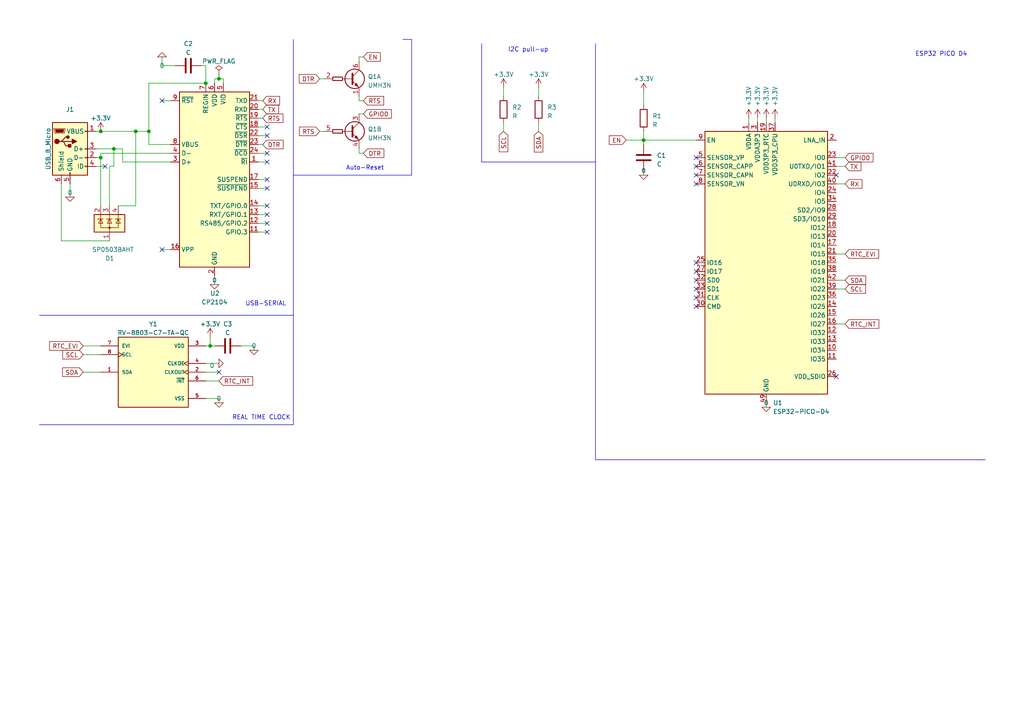
<source format=kicad_sch>
(kicad_sch (version 20230121) (generator eeschema)
  (paper "A4")
  (lib_symbols
    (symbol "Connector:USB_B_Micro" (pin_names (offset 1.016))
      (property "Reference" "J" (at -5.08 11.43 0))
      (property "Value" "USB_B_Micro" (at -5.08 8.89 0))
      (symbol "USB_B_Micro_0_1"
        (rectangle (start -5.08 -7.62) (end 5.08 7.62) (stroke (width 0.254)) (fill (type background)))
        (circle (center -3.81 2.159) (radius 0.635) (stroke (width 0.254)) (fill (type outline)))
        (circle (center -0.635 3.429) (radius 0.381) (stroke (width 0.254)) (fill (type outline)))
        (rectangle (start -0.127 -7.62) (end 0.127 -6.858))
        (polyline (pts (xy -1.905 2.159) (xy 0.635 2.159)) (stroke (width 0.254)))
        (polyline (pts (xy -3.175 2.159) (xy -2.54 2.159) (xy -1.27 3.429) (xy -0.635 3.429)) (stroke (width 0.254)))
        (polyline (pts (xy -2.54 2.159) (xy -1.905 2.159) (xy -1.27 0.889) (xy 0 0.889)) (stroke (width 0.254)))
        (polyline (pts (xy 0.635 2.794) (xy 0.635 1.524) (xy 1.905 2.159) (xy 0.635 2.794)) (stroke (width 0.254)) (fill (type outline)))
        (polyline (pts (xy -4.318 5.588) (xy -1.778 5.588) (xy -2.032 4.826) (xy -4.064 4.826) (xy -4.318 5.588)) (fill (type outline)))
        (polyline (pts (xy -4.699 5.842) (xy -4.699 5.588) (xy -4.445 4.826) (xy -4.445 4.572) (xy -1.651 4.572) (xy -1.651 4.826) (xy -1.397 5.588) (xy -1.397 5.842) (xy -4.699 5.842)))
        (rectangle (start 0.254 1.27) (end -0.508 0.508) (stroke (width 0.254)) (fill (type outline)))
        (rectangle (start 5.08 -5.207) (end 4.318 -4.953))
        (rectangle (start 5.08 -2.667) (end 4.318 -2.413))
        (rectangle (start 5.08 -0.127) (end 4.318 0.127))
        (rectangle (start 5.08 4.953) (end 4.318 5.207))
      )
      (symbol "USB_B_Micro_1_1"
        (pin power_out line (at 7.62 5.08 180) (length 2.54) (name "VBUS") (number "1"))
        (pin bidirectional line (at 7.62 -2.54 180) (length 2.54) (name "D-") (number "2"))
        (pin bidirectional line (at 7.62 0 180) (length 2.54) (name "D+") (number "3"))
        (pin passive line (at 7.62 -5.08 180) (length 2.54) (name "ID") (number "4"))
        (pin power_out line (at 0 -10.16 90) (length 2.54) (name "GND") (number "5"))
        (pin passive line (at -2.54 -10.16 90) (length 2.54) (name "Shield") (number "6"))
      )
    )
    (symbol "Device:C" (pin_numbers hide) (pin_names (offset 0.254))
      (property "Reference" "C" (at 0.635 2.54 0))
      (property "Value" "C" (at 0.635 -2.54 0))
      (symbol "C_0_1"
        (polyline (pts (xy -2.032 -0.762) (xy 2.032 -0.762)) (stroke (width 0.508)))
        (polyline (pts (xy -2.032 0.762) (xy 2.032 0.762)) (stroke (width 0.508)))
      )
      (symbol "C_1_1"
        (pin passive line (at 0 3.81 270) (length 2.794) (name "~") (number "1"))
        (pin passive line (at 0 -3.81 90) (length 2.794) (name "~") (number "2"))
      )
    )
    (symbol "Device:R" (pin_numbers hide) (pin_names (offset 0))
      (property "Reference" "R" (at 2.032 0 90))
      (property "Value" "R" (at 0 0 90))
      (symbol "R_0_1"
        (rectangle (start -1.016 -2.54) (end 1.016 2.54) (stroke (width 0.254)))
      )
      (symbol "R_1_1"
        (pin passive line (at 0 3.81 270) (length 1.27) (name "~") (number "1"))
        (pin passive line (at 0 -3.81 90) (length 1.27) (name "~") (number "2"))
      )
    )
    (symbol "Interface_USB:CP2104"
      (property "Reference" "U" (at -5.08 28.575 0))
      (property "Value" "CP2104" (at -5.08 26.67 0))
      (symbol "CP2104_1_1"
        (rectangle (start -10.16 25.4) (end 10.16 -25.4) (stroke (width 0.254)) (fill (type background)))
        (pin input line (at 12.7 5.08 180) (length 2.54) (name "~{RI}") (number "1"))
        (pin no_connect line (at 10.16 -20.32 180) (length 2.54) hide (name "NC") (number "10"))
        (pin bidirectional line (at 12.7 -15.24 180) (length 2.54) (name "GPIO.3") (number "11"))
        (pin bidirectional line (at 12.7 -12.7 180) (length 2.54) (name "RS485/GPIO.2") (number "12"))
        (pin bidirectional line (at 12.7 -10.16 180) (length 2.54) (name "RXT/GPIO.1") (number "13"))
        (pin bidirectional line (at 12.7 -7.62 180) (length 2.54) (name "TXT/GPIO.0") (number "14"))
        (pin output line (at 12.7 -2.54 180) (length 2.54) (name "~{SUSPEND}") (number "15"))
        (pin passive line (at -12.7 -20.32 0) (length 2.54) (name "VPP") (number "16"))
        (pin output line (at 12.7 0 180) (length 2.54) (name "SUSPEND") (number "17"))
        (pin input line (at 12.7 15.24 180) (length 2.54) (name "~{CTS}") (number "18"))
        (pin output line (at 12.7 17.78 180) (length 2.54) (name "~{RTS}") (number "19"))
        (pin power_in line (at 0 -27.94 90) (length 2.54) (name "GND") (number "2"))
        (pin input line (at 12.7 20.32 180) (length 2.54) (name "RXD") (number "20"))
        (pin output line (at 12.7 22.86 180) (length 2.54) (name "TXD") (number "21"))
        (pin input line (at 12.7 12.7 180) (length 2.54) (name "~{DSR}") (number "22"))
        (pin output line (at 12.7 10.16 180) (length 2.54) (name "~{DTR}") (number "23"))
        (pin input line (at 12.7 7.62 180) (length 2.54) (name "~{DCD}") (number "24"))
        (pin passive line (at 0 -27.94 90) (length 2.54) hide (name "GND") (number "25"))
        (pin bidirectional line (at -12.7 5.08 0) (length 2.54) (name "D+") (number "3"))
        (pin bidirectional line (at -12.7 7.62 0) (length 2.54) (name "D-") (number "4"))
        (pin power_in line (at 2.54 27.94 270) (length 2.54) (name "VIO") (number "5"))
        (pin power_in line (at 0 27.94 270) (length 2.54) (name "VDD") (number "6"))
        (pin power_in line (at -2.54 27.94 270) (length 2.54) (name "REGIN") (number "7"))
        (pin input line (at -12.7 10.16 0) (length 2.54) (name "VBUS") (number "8"))
        (pin bidirectional line (at -12.7 22.86 0) (length 2.54) (name "~{RST}") (number "9"))
      )
    )
    (symbol "Power_Protection:SP0503BAHT" (pin_names hide)
      (property "Reference" "D" (at 5.715 2.54 0))
      (property "Value" "SP0503BAHT" (at 5.715 0.635 0))
      (symbol "SP0503BAHT_0_0"
        (pin passive line (at 0 -5.08 90) (length 2.54) (name "A") (number "1"))
      )
      (symbol "SP0503BAHT_0_1"
        (rectangle (start -4.445 2.54) (end 4.445 -2.54) (stroke (width 0.254)) (fill (type background)))
        (circle (center 0 -1.27) (radius 0.254) (fill (type outline)))
        (polyline (pts (xy -2.54 2.54) (xy -2.54 1.27)))
        (polyline (pts (xy 0 -1.27) (xy 0 -2.54)))
        (polyline (pts (xy 0 -1.27) (xy 0 1.27)))
        (polyline (pts (xy 0 2.54) (xy 0 1.27)))
        (polyline (pts (xy 0.635 1.27) (xy 0.762 1.27)))
        (polyline (pts (xy 2.54 2.54) (xy 2.54 1.27)))
        (polyline (pts (xy 0.635 1.27) (xy -0.762 1.27) (xy -0.762 1.016)))
        (polyline (pts (xy -3.302 1.016) (xy -3.302 1.27) (xy -1.905 1.27) (xy -1.778 1.27)))
        (polyline (pts (xy -2.54 1.27) (xy -2.54 -1.27) (xy 2.54 -1.27) (xy 2.54 1.27)))
        (polyline (pts (xy -2.54 1.27) (xy -1.905 0) (xy -3.175 0) (xy -2.54 1.27)))
        (polyline (pts (xy 0.635 0) (xy -0.635 0) (xy 0 1.27) (xy 0.635 0)))
        (polyline (pts (xy 1.778 1.016) (xy 1.778 1.27) (xy 3.175 1.27) (xy 3.302 1.27)))
        (polyline (pts (xy 2.54 1.27) (xy 1.905 0) (xy 3.175 0) (xy 2.54 1.27)))
      )
      (symbol "SP0503BAHT_1_1"
        (pin passive line (at -2.54 5.08 270) (length 2.54) (name "K") (number "2"))
        (pin passive line (at 0 5.08 270) (length 2.54) (name "K") (number "3"))
        (pin passive line (at 2.54 5.08 270) (length 2.54) (name "K") (number "4"))
      )
    )
    (symbol "RF_Module:ESP32-PICO-D4"
      (property "Reference" "U" (at -17.78 39.37 0))
      (property "Value" "ESP32-PICO-D4" (at 3.81 39.37 0))
      (symbol "ESP32-PICO-D4_0_0"
        (pin power_in line (at -5.08 40.64 270) (length 2.54) (name "VDDA") (number "1"))
        (pin input line (at 20.32 -25.4 180) (length 2.54) (name "IO34") (number "10"))
        (pin input line (at 20.32 -27.94 180) (length 2.54) (name "IO35") (number "11"))
        (pin bidirectional line (at 20.32 -20.32 180) (length 2.54) (name "IO32") (number "12"))
        (pin bidirectional line (at 20.32 -22.86 180) (length 2.54) (name "IO33") (number "13"))
        (pin bidirectional line (at 20.32 -12.7 180) (length 2.54) (name "IO25") (number "14"))
        (pin bidirectional line (at 20.32 -15.24 180) (length 2.54) (name "IO26") (number "15"))
        (pin bidirectional line (at 20.32 -17.78 180) (length 2.54) (name "IO27") (number "16"))
        (pin bidirectional line (at 20.32 5.08 180) (length 2.54) (name "IO14") (number "17"))
        (pin bidirectional line (at 20.32 10.16 180) (length 2.54) (name "IO12") (number "18"))
        (pin power_in line (at 0 40.64 270) (length 2.54) (name "VDD3P3_RTC") (number "19"))
        (pin bidirectional line (at 20.32 35.56 180) (length 2.54) (name "LNA_IN") (number "2"))
        (pin bidirectional line (at 20.32 7.62 180) (length 2.54) (name "IO13") (number "20"))
        (pin bidirectional line (at 20.32 2.54 180) (length 2.54) (name "IO15") (number "21"))
        (pin bidirectional line (at 20.32 25.4 180) (length 2.54) (name "IO2") (number "22"))
        (pin bidirectional line (at 20.32 30.48 180) (length 2.54) (name "IO0") (number "23"))
        (pin bidirectional line (at 20.32 20.32 180) (length 2.54) (name "IO4") (number "24"))
        (pin bidirectional line (at -20.32 0 0) (length 2.54) (name "IO16") (number "25"))
        (pin power_out line (at 20.32 -33.02 180) (length 2.54) (name "VDD_SDIO") (number "26"))
        (pin bidirectional line (at -20.32 -2.54 0) (length 2.54) (name "IO17") (number "27"))
        (pin bidirectional line (at 20.32 15.24 180) (length 2.54) (name "SD2/IO9") (number "28"))
        (pin bidirectional line (at 20.32 12.7 180) (length 2.54) (name "SD3/IO10") (number "29"))
        (pin power_in line (at -2.54 40.64 270) (length 2.54) (name "VDDA3P3") (number "3"))
        (pin bidirectional line (at -20.32 -12.7 0) (length 2.54) (name "CMD") (number "30"))
        (pin bidirectional line (at -20.32 -10.16 0) (length 2.54) (name "CLK") (number "31"))
        (pin bidirectional line (at -20.32 -5.08 0) (length 2.54) (name "SD0") (number "32"))
        (pin bidirectional line (at -20.32 -7.62 0) (length 2.54) (name "SD1") (number "33"))
        (pin bidirectional line (at 20.32 17.78 180) (length 2.54) (name "IO5") (number "34"))
        (pin bidirectional line (at 20.32 0 180) (length 2.54) (name "IO18") (number "35"))
        (pin bidirectional line (at 20.32 -10.16 180) (length 2.54) (name "IO23") (number "36"))
        (pin power_in line (at 2.54 40.64 270) (length 2.54) (name "VDD3P3_CPU") (number "37"))
        (pin bidirectional line (at 20.32 -2.54 180) (length 2.54) (name "IO19") (number "38"))
        (pin bidirectional line (at 20.32 -7.62 180) (length 2.54) (name "IO22") (number "39"))
        (pin passive line (at -2.54 40.64 270) (length 2.54) hide (name "VDDA3P3") (number "4"))
        (pin bidirectional line (at 20.32 22.86 180) (length 2.54) (name "U0RXD/IO3") (number "40"))
        (pin bidirectional line (at 20.32 27.94 180) (length 2.54) (name "U0TXD/IO1") (number "41"))
        (pin bidirectional line (at 20.32 -5.08 180) (length 2.54) (name "IO21") (number "42"))
        (pin passive line (at -5.08 40.64 270) (length 2.54) hide (name "VDDA") (number "43"))
        (pin no_connect line (at -17.78 -25.4 0) (length 2.54) hide (name "XTAL_N_NC") (number "44"))
        (pin no_connect line (at -17.78 -27.94 0) (length 2.54) hide (name "XTAL_P_NC") (number "45"))
        (pin passive line (at -5.08 40.64 270) (length 2.54) hide (name "VDDA") (number "46"))
        (pin no_connect line (at -17.78 -30.48 0) (length 2.54) hide (name "CAP2_NC") (number "47"))
        (pin no_connect line (at -17.78 -33.02 0) (length 2.54) hide (name "CAP1_NC") (number "48"))
        (pin power_in line (at 0 -40.64 90) (length 2.54) (name "GND") (number "49"))
        (pin input line (at -20.32 30.48 0) (length 2.54) (name "SENSOR_VP") (number "5"))
        (pin input line (at -20.32 27.94 0) (length 2.54) (name "SENSOR_CAPP") (number "6"))
        (pin input line (at -20.32 25.4 0) (length 2.54) (name "SENSOR_CAPN") (number "7"))
        (pin input line (at -20.32 22.86 0) (length 2.54) (name "SENSOR_VN") (number "8"))
        (pin input line (at -20.32 35.56 0) (length 2.54) (name "EN") (number "9"))
      )
      (symbol "ESP32-PICO-D4_0_1"
        (rectangle (start -17.78 38.1) (end 17.78 -38.1) (stroke (width 0.254)) (fill (type background)))
      )
    )
    (symbol "RV-8803-C7-TA-QC:RV-8803-C7-TA-QC" (pin_names (offset 1.016))
      (property "Reference" "Y" (at -10.1854 10.1854 0))
      (property "Value" "RV-8803-C7-TA-QC" (at -10.16 -12.7 0))
      (symbol "RV-8803-C7-TA-QC_0_0"
        (rectangle (start -10.16 -10.16) (end 10.16 10.16) (stroke (width 0.254)) (fill (type background)))
        (pin bidirectional line (at -15.24 0 0) (length 5.08) (name "SDA") (number "1"))
        (pin output clock (at 15.24 0 180) (length 5.08) (name "CLKOUT") (number "2"))
        (pin power_in line (at 15.24 7.62 180) (length 5.08) (name "VDD") (number "3"))
        (pin bidirectional clock (at 15.24 2.54 180) (length 5.08) (name "CLKOE") (number "4"))
        (pin power_in line (at 15.24 -7.62 180) (length 5.08) (name "VSS") (number "5"))
        (pin output line (at 15.24 -2.54 180) (length 5.08) (name "~{INT}") (number "6"))
        (pin input line (at -15.24 7.62 0) (length 5.08) (name "EVI") (number "7"))
        (pin input clock (at -15.24 5.08 0) (length 5.08) (name "SCL") (number "8"))
      )
    )
    (symbol "Simulation_SPICE:0" (power) (pin_names (offset 0))
      (property "Value" "0" (at 0 -1.778 0))
      (symbol "0_0_1"
        (polyline (pts (xy -1.27 0) (xy 0 -1.27) (xy 1.27 0) (xy -1.27 0)))
      )
      (symbol "0_1_1"
        (pin power_in line (at 0 0 0) (length 0) hide (name "0") (number "1"))
      )
    )
    (symbol "Transistor_BJT:UMH3N" (pin_names hide)
      (property "Reference" "Q" (at 7.62 1.27 0))
      (property "Value" "UMH3N" (at 7.62 -1.27 0))
      (symbol "UMH3N_0_1"
        (polyline (pts (xy 3.175 0) (xy 0.254 0)))
        (polyline (pts (xy 3.175 0.635) (xy 5.08 2.54)))
        (polyline (pts (xy 3.175 1.524) (xy 3.175 -1.524)) (stroke (width 0.508)))
        (polyline (pts (xy 3.175 -0.635) (xy 5.08 -2.54) (xy 5.08 -2.54)))
        (polyline (pts (xy 3.81 -1.778) (xy 4.318 -1.27) (xy 4.826 -2.286) (xy 3.81 -1.778) (xy 3.81 -1.778)) (fill (type outline)))
        (rectangle (start 0.254 0.508) (end -2.54 -0.508) (stroke (width 0.254)))
        (circle (center 3.81 0) (radius 2.8194) (stroke (width 0.254)))
      )
      (symbol "UMH3N_1_1"
        (pin passive line (at 5.08 -5.08 90) (length 2.54) (name "E1") (number "1"))
        (pin input line (at -5.08 0 0) (length 2.54) (name "B1") (number "2"))
        (pin passive line (at 5.08 5.08 270) (length 2.54) (name "C1") (number "6"))
      )
      (symbol "UMH3N_2_1"
        (pin passive line (at 5.08 5.08 270) (length 2.54) (name "C2") (number "3"))
        (pin passive line (at 5.08 -5.08 90) (length 2.54) (name "E2") (number "4"))
        (pin input line (at -5.08 0 0) (length 2.54) (name "B2") (number "5"))
      )
    )
    (symbol "power:+3.3V" (power) (pin_names (offset 0))
      (property "Value" "+3.3V" (at 0 3.556 0))
      (symbol "+3.3V_0_1"
        (polyline (pts (xy -0.762 1.27) (xy 0 2.54)))
        (polyline (pts (xy 0 0) (xy 0 2.54)))
        (polyline (pts (xy 0 2.54) (xy 0.762 1.27)))
      )
      (symbol "+3.3V_1_1"
        (pin power_in line (at 0 0 90) (length 0) hide (name "+3.3V") (number "1"))
      )
    )
    (symbol "power:PWR_FLAG" (power) (pin_numbers hide) (pin_names (offset 0) hide)
      (property "Value" "PWR_FLAG" (at 0 3.81 0))
      (symbol "PWR_FLAG_0_0"
        (pin power_out line (at 0 0 90) (length 0) (name "pwr") (number "1"))
      )
      (symbol "PWR_FLAG_0_1"
        (polyline (pts (xy 0 0) (xy 0 1.27) (xy -1.016 1.905) (xy 0 2.54) (xy 1.016 1.905) (xy 0 1.27)))
      )
    )
  )
  (junction (at 59.69 24.13))
  (junction (at 29.21 45.72))
  (junction (at 39.37 38.1))
  (junction (at 33.02 43.18))
  (junction (at 43.18 38.1))
  (junction (at 60.96 100.33))
  (junction (at 186.69 40.64))
  (junction (at 63.5 22.86))
  (junction (at 29.21 38.1))
  (no_connect (at 77.47 46.99))
  (no_connect (at 242.57 50.8))
  (no_connect (at 201.93 53.34))
  (no_connect (at 201.93 48.26))
  (no_connect (at 201.93 45.72))
  (no_connect (at 242.57 109.22))
  (no_connect (at 201.93 81.28))
  (no_connect (at 77.47 67.31))
  (no_connect (at 201.93 88.9))
  (no_connect (at 77.47 59.69))
  (no_connect (at 201.93 86.36))
  (no_connect (at 77.47 64.77))
  (no_connect (at 46.99 72.39))
  (no_connect (at 30.48 48.26))
  (no_connect (at 201.93 50.8))
  (no_connect (at 77.47 62.23))
  (no_connect (at 201.93 78.74))
  (no_connect (at 77.47 44.45))
  (no_connect (at 63.5 107.95))
  (no_connect (at 77.47 52.07))
  (no_connect (at 77.47 36.83))
  (no_connect (at 201.93 76.2))
  (no_connect (at 77.47 54.61))
  (no_connect (at 77.47 39.37))
  (no_connect (at 46.99 29.21))
  (no_connect (at 201.93 83.82))
  (wire (pts (xy 146.05 35.56) (xy 146.05 38.1)))
  (wire (pts (xy 59.69 19.05) (xy 59.69 24.13)))
  (wire (pts (xy 74.93 59.69) (xy 77.47 59.69)))
  (wire (pts (xy 24.13 107.95) (xy 29.21 107.95)))
  (wire (pts (xy 49.53 44.45) (xy 29.21 44.45)))
  (polyline (pts (xy 284.48 133.35) (xy 285.75 133.35)))
  (polyline (pts (xy 119.38 50.8) (xy 119.38 11.43)))
  (wire (pts (xy 58.42 19.05) (xy 59.69 19.05)))
  (polyline (pts (xy 172.72 133.35) (xy 285.75 133.35)))
  (wire (pts (xy 222.25 34.29) (xy 222.25 35.56)))
  (wire (pts (xy 242.57 93.98) (xy 245.11 93.98)))
  (wire (pts (xy 43.18 38.1) (xy 43.18 41.91)))
  (wire (pts (xy 31.75 48.26) (xy 33.02 48.26)))
  (wire (pts (xy 186.69 26.67) (xy 186.69 30.48)))
  (wire (pts (xy 74.93 34.29) (xy 76.2 34.29)))
  (wire (pts (xy 43.18 41.91) (xy 49.53 41.91)))
  (wire (pts (xy 64.77 24.13) (xy 64.77 22.86)))
  (wire (pts (xy 17.78 69.85) (xy 17.78 53.34)))
  (polyline (pts (xy 85.09 11.43) (xy 85.09 91.44)))
  (wire (pts (xy 62.23 24.13) (xy 62.23 22.86)))
  (wire (pts (xy 186.69 40.64) (xy 201.93 40.64)))
  (wire (pts (xy 50.8 19.05) (xy 46.99 19.05)))
  (wire (pts (xy 39.37 38.1) (xy 39.37 59.69)))
  (wire (pts (xy 24.13 102.87) (xy 29.21 102.87)))
  (wire (pts (xy 219.71 34.29) (xy 219.71 35.56)))
  (wire (pts (xy 186.69 49.53) (xy 186.69 50.8)))
  (wire (pts (xy 186.69 40.64) (xy 186.69 41.91)))
  (wire (pts (xy 35.56 43.18) (xy 33.02 43.18)))
  (wire (pts (xy 29.21 45.72) (xy 29.21 59.69)))
  (polyline (pts (xy 139.7 12.7) (xy 139.7 46.99)))
  (wire (pts (xy 31.75 59.69) (xy 31.75 48.26)))
  (polyline (pts (xy 11.43 123.19) (xy 85.09 123.19)))
  (wire (pts (xy 63.5 116.84) (xy 63.5 115.57)))
  (wire (pts (xy 224.79 34.29) (xy 224.79 35.56)))
  (wire (pts (xy 34.29 59.69) (xy 39.37 59.69)))
  (wire (pts (xy 62.23 22.86) (xy 63.5 22.86)))
  (wire (pts (xy 74.93 39.37) (xy 77.47 39.37)))
  (wire (pts (xy 74.93 41.91) (xy 76.2 41.91)))
  (wire (pts (xy 156.21 25.4) (xy 156.21 27.94)))
  (wire (pts (xy 74.93 52.07) (xy 77.47 52.07)))
  (wire (pts (xy 104.14 33.02) (xy 105.41 33.02)))
  (wire (pts (xy 73.66 101.6) (xy 73.66 100.33)))
  (wire (pts (xy 104.14 16.51) (xy 104.14 17.78)))
  (wire (pts (xy 74.93 64.77) (xy 77.47 64.77)))
  (wire (pts (xy 46.99 19.05) (xy 46.99 16.51)))
  (polyline (pts (xy 116.84 11.43) (xy 119.38 11.43)))
  (wire (pts (xy 73.66 100.33) (xy 69.85 100.33)))
  (wire (pts (xy 242.57 45.72) (xy 245.11 45.72)))
  (wire (pts (xy 217.17 34.29) (xy 217.17 35.56)))
  (wire (pts (xy 33.02 43.18) (xy 27.94 43.18)))
  (wire (pts (xy 59.69 105.41) (xy 63.5 105.41)))
  (wire (pts (xy 74.93 62.23) (xy 77.47 62.23)))
  (wire (pts (xy 74.93 29.21) (xy 76.2 29.21)))
  (wire (pts (xy 59.69 107.95) (xy 63.5 107.95)))
  (wire (pts (xy 64.77 22.86) (xy 63.5 22.86)))
  (wire (pts (xy 186.69 38.1) (xy 186.69 40.64)))
  (wire (pts (xy 63.5 115.57) (xy 59.69 115.57)))
  (wire (pts (xy 104.14 44.45) (xy 104.14 43.18)))
  (wire (pts (xy 31.75 69.85) (xy 17.78 69.85)))
  (wire (pts (xy 242.57 81.28) (xy 245.11 81.28)))
  (wire (pts (xy 27.94 38.1) (xy 29.21 38.1)))
  (wire (pts (xy 242.57 73.66) (xy 245.11 73.66)))
  (wire (pts (xy 181.61 40.64) (xy 186.69 40.64)))
  (wire (pts (xy 105.41 44.45) (xy 104.14 44.45)))
  (wire (pts (xy 242.57 83.82) (xy 245.11 83.82)))
  (wire (pts (xy 60.96 97.79) (xy 60.96 100.33)))
  (wire (pts (xy 60.96 100.33) (xy 62.23 100.33)))
  (wire (pts (xy 43.18 24.13) (xy 59.69 24.13)))
  (polyline (pts (xy 172.72 12.7) (xy 172.72 133.35)))
  (wire (pts (xy 74.93 54.61) (xy 77.47 54.61)))
  (wire (pts (xy 35.56 46.99) (xy 35.56 43.18)))
  (wire (pts (xy 146.05 25.4) (xy 146.05 27.94)))
  (wire (pts (xy 59.69 100.33) (xy 60.96 100.33)))
  (polyline (pts (xy 11.43 91.44) (xy 85.09 91.44)))
  (wire (pts (xy 20.32 53.34) (xy 20.32 57.15)))
  (wire (pts (xy 63.5 22.86) (xy 63.5 21.59)))
  (wire (pts (xy 242.57 53.34) (xy 245.11 53.34)))
  (wire (pts (xy 24.13 100.33) (xy 29.21 100.33)))
  (wire (pts (xy 62.23 80.01) (xy 62.23 82.55)))
  (wire (pts (xy 43.18 24.13) (xy 43.18 38.1)))
  (wire (pts (xy 27.94 48.26) (xy 30.48 48.26)))
  (wire (pts (xy 29.21 45.72) (xy 27.94 45.72)))
  (wire (pts (xy 39.37 38.1) (xy 43.18 38.1)))
  (wire (pts (xy 46.99 72.39) (xy 49.53 72.39)))
  (wire (pts (xy 104.14 29.21) (xy 104.14 27.94)))
  (wire (pts (xy 92.71 38.1) (xy 93.98 38.1)))
  (wire (pts (xy 74.93 46.99) (xy 77.47 46.99)))
  (wire (pts (xy 156.21 35.56) (xy 156.21 38.1)))
  (wire (pts (xy 29.21 38.1) (xy 39.37 38.1)))
  (wire (pts (xy 92.71 22.86) (xy 93.98 22.86)))
  (wire (pts (xy 33.02 48.26) (xy 33.02 43.18)))
  (wire (pts (xy 74.93 31.75) (xy 76.2 31.75)))
  (wire (pts (xy 29.21 44.45) (xy 29.21 45.72)))
  (wire (pts (xy 46.99 29.21) (xy 49.53 29.21)))
  (polyline (pts (xy 85.09 91.44) (xy 85.09 123.19)))
  (wire (pts (xy 74.93 44.45) (xy 77.47 44.45)))
  (polyline (pts (xy 139.7 46.99) (xy 172.72 46.99)))
  (polyline (pts (xy 85.09 50.8) (xy 119.38 50.8)))
  (wire (pts (xy 49.53 46.99) (xy 35.56 46.99)))
  (wire (pts (xy 59.69 110.49) (xy 63.5 110.49)))
  (wire (pts (xy 105.41 16.51) (xy 104.14 16.51)))
  (wire (pts (xy 105.41 29.21) (xy 104.14 29.21)))
  (wire (pts (xy 222.25 116.84) (xy 222.25 118.11)))
  (wire (pts (xy 74.93 36.83) (xy 77.47 36.83)))
  (wire (pts (xy 74.93 67.31) (xy 77.47 67.31)))
  (wire (pts (xy 242.57 48.26) (xy 245.11 48.26)))
  (text "I2C pull-up\n" (at 147.32 15.24 0) (effects (font (size 1.27 1.27)) (justify left bottom)))
  (text "REAL TIME CLOCK\n" (at 67.31 121.92 0) (effects (font (size 1.27 1.27)) (justify left bottom)))
  (text "USB-SERIAL\n" (at 71.12 88.9 0) (effects (font (size 1.27 1.27)) (justify left bottom)))
  (text "ESP32 PICO D4\n" (at 265.43 16.51 0) (effects (font (size 1.27 1.27)) (justify left bottom)))
  (text "Auto-Reset\n" (at 100.33 49.53 0) (effects (font (size 1.27 1.27)) (justify left bottom)))
  (global_label "RTC_INT" (shape input) (at 245.11 93.98 0) (property "Intersheetrefs" "${INTERSHEET_REFS}" (effects hide)))
  (global_label "SCL" (shape input) (at 245.11 83.82 0) (property "Intersheetrefs" "${INTERSHEET_REFS}" (effects hide)))
  (global_label "RTC_EVI" (shape input) (at 24.13 100.33 180) (property "Intersheetrefs" "${INTERSHEET_REFS}" (effects hide)))
  (global_label "RX" (shape input) (at 76.2 29.21 0) (property "Intersheetrefs" "${INTERSHEET_REFS}" (effects hide)))
  (global_label "SDA" (shape input) (at 24.13 107.95 180) (property "Intersheetrefs" "${INTERSHEET_REFS}" (effects hide)))
  (global_label "DTR" (shape input) (at 105.41 44.45 0) (property "Intersheetrefs" "${INTERSHEET_REFS}" (effects hide)))
  (global_label "SCL" (shape input) (at 24.13 102.87 180) (property "Intersheetrefs" "${INTERSHEET_REFS}" (effects hide)))
  (global_label "DTR" (shape input) (at 76.2 41.91 0) (property "Intersheetrefs" "${INTERSHEET_REFS}" (effects hide)))
  (global_label "EN" (shape input) (at 181.61 40.64 180) (property "Intersheetrefs" "${INTERSHEET_REFS}" (effects hide)))
  (global_label "SDA" (shape input) (at 156.21 38.1 270) (property "Intersheetrefs" "${INTERSHEET_REFS}" (effects hide)))
  (global_label "DTR" (shape input) (at 92.71 22.86 180) (property "Intersheetrefs" "${INTERSHEET_REFS}" (effects hide)))
  (global_label "GPIO0" (shape input) (at 245.11 45.72 0) (property "Intersheetrefs" "${INTERSHEET_REFS}" (effects hide)))
  (global_label "RTC_INT" (shape input) (at 63.5 110.49 0) (property "Intersheetrefs" "${INTERSHEET_REFS}" (effects hide)))
  (global_label "GPIO0" (shape input) (at 105.41 33.02 0) (property "Intersheetrefs" "${INTERSHEET_REFS}" (effects hide)))
  (global_label "SCL" (shape input) (at 146.05 38.1 270) (property "Intersheetrefs" "${INTERSHEET_REFS}" (effects hide)))
  (global_label "RTS" (shape input) (at 92.71 38.1 180) (property "Intersheetrefs" "${INTERSHEET_REFS}" (effects hide)))
  (global_label "RTS" (shape input) (at 76.2 34.29 0) (property "Intersheetrefs" "${INTERSHEET_REFS}" (effects hide)))
  (global_label "RTS" (shape input) (at 105.41 29.21 0) (property "Intersheetrefs" "${INTERSHEET_REFS}" (effects hide)))
  (global_label "TX" (shape input) (at 245.11 48.26 0) (property "Intersheetrefs" "${INTERSHEET_REFS}" (effects hide)))
  (global_label "EN" (shape input) (at 105.41 16.51 0) (property "Intersheetrefs" "${INTERSHEET_REFS}" (effects hide)))
  (global_label "SDA" (shape input) (at 245.11 81.28 0) (property "Intersheetrefs" "${INTERSHEET_REFS}" (effects hide)))
  (global_label "RX" (shape input) (at 245.11 53.34 0) (property "Intersheetrefs" "${INTERSHEET_REFS}" (effects hide)))
  (global_label "RTC_EVI" (shape input) (at 245.11 73.66 0) (property "Intersheetrefs" "${INTERSHEET_REFS}" (effects hide)))
  (global_label "TX" (shape input) (at 76.2 31.75 0) (property "Intersheetrefs" "${INTERSHEET_REFS}" (effects hide)))
  (symbol (lib_id "power:+3.3V") (at 217.17 34.29 0) (unit 1)
    (property "Reference" "#PWR01" (effects hide))
    (property "Value" "+3.3V" (at 217.17 27.94 90))
  )
  (symbol (lib_id "Device:R") (at 146.05 31.75 0) (unit 1)
    (property "Reference" "R2" (at 148.59 31.115 0) (effects (justify left)))
    (property "Value" "R" (at 148.59 33.655 0) (effects (justify left)))
  )
  (symbol (lib_id "RV-8803-C7-TA-QC:RV-8803-C7-TA-QC") (at 44.45 107.95 0) (unit 1)
    (property "Reference" "Y1" (at 44.45 93.98 0))
    (property "Value" "RV-8803-C7-TA-QC" (at 44.45 96.52 0))
    (property "Footprint" "MICROCRYSTAL_RV-8803-C7-TA-QC" (effects hide))
    (property "STANDARD" "Manufacturer Recommendation" (effects hide))
    (property "PARTREV" "2.0" (effects hide))
    (property "MANUFACTURER" "Micro Crystal" (effects hide))
    (property "SNAPEDA_PACKAGE_ID" "11167" (effects hide))
  )
  (symbol (lib_id "power:+3.3V") (at 219.71 34.29 0) (unit 1)
    (property "Reference" "#PWR02" (effects hide))
    (property "Value" "+3.3V" (at 219.71 27.94 90))
  )
  (symbol (lib_id "power:+3.3V") (at 146.05 25.4 0) (unit 1)
    (property "Reference" "#PWR06" (effects hide))
    (property "Value" "+3.3V" (at 146.05 21.59 0))
  )
  (symbol (lib_id "Transistor_BJT:UMH3N") (at 99.06 38.1 0) (unit 2)
    (property "Reference" "Q1" (at 106.68 37.465 0) (effects (justify left)))
    (property "Value" "UMH3N" (at 106.68 40.005 0) (effects (justify left)))
    (property "Footprint" "Package_TO_SOT_SMD:SOT-363_SC-70-6" (effects hide))
    (property "Datasheet" "http://rohmfs.rohm.com/en/products/databook/datasheet/discrete/transistor/digital/emh3t2r-e.pdf" (effects hide))
  )
  (symbol (lib_id "power:+3.3V") (at 222.25 34.29 0) (unit 1)
    (property "Reference" "#PWR03" (effects hide))
    (property "Value" "+3.3V" (at 222.25 27.94 90))
  )
  (symbol (lib_id "Simulation_SPICE:0") (at 62.23 82.55 0) (unit 1)
    (property "Reference" "#GND03" (effects hide))
    (property "Value" "0" (at 62.23 81.28 0))
  )
  (symbol (lib_id "power:+3.3V") (at 60.96 97.79 0) (unit 1)
    (property "Reference" "#PWR09" (effects hide))
    (property "Value" "+3.3V" (at 60.96 93.98 0))
  )
  (symbol (lib_id "RF_Module:ESP32-PICO-D4") (at 222.25 76.2 0) (unit 1)
    (property "Reference" "U1" (at 224.2059 116.84 0) (effects (justify left)))
    (property "Value" "ESP32-PICO-D4" (at 224.2059 119.38 0) (effects (justify left)))
    (property "Footprint" "Package_DFN_QFN:QFN-48-1EP_7x7mm_P0.5mm_EP5.3x5.3mm" (effects hide))
    (property "Datasheet" "https://www.espressif.com/sites/default/files/documentation/esp32-pico-d4_datasheet_en.pdf" (effects hide))
  )
  (symbol (lib_id "power:+3.3V") (at 186.69 26.67 0) (unit 1)
    (property "Reference" "#PWR05" (effects hide))
    (property "Value" "+3.3V" (at 186.69 22.86 0))
  )
  (symbol (lib_id "Device:C") (at 66.04 100.33 90) (unit 1)
    (property "Reference" "C3" (at 66.04 93.98 90))
    (property "Value" "C" (at 66.04 96.52 90))
  )
  (symbol (lib_id "power:+3.3V") (at 224.79 34.29 0) (unit 1)
    (property "Reference" "#PWR04" (effects hide))
    (property "Value" "+3.3V" (at 224.79 27.94 90))
  )
  (symbol (lib_id "Simulation_SPICE:0") (at 63.5 116.84 0) (unit 1)
    (property "Reference" "#GND06" (effects hide))
    (property "Value" "0" (at 63.5 115.57 0))
  )
  (symbol (lib_id "Simulation_SPICE:0") (at 73.66 101.6 0) (unit 1)
    (property "Reference" "#GND08" (effects hide))
    (property "Value" "0" (at 73.66 100.33 0))
  )
  (symbol (lib_id "Transistor_BJT:UMH3N") (at 99.06 22.86 0) (unit 1)
    (property "Reference" "Q1" (at 106.68 22.225 0) (effects (justify left)))
    (property "Value" "UMH3N" (at 106.68 24.765 0) (effects (justify left)))
    (property "Footprint" "Package_TO_SOT_SMD:SOT-363_SC-70-6" (effects hide))
    (property "Datasheet" "http://rohmfs.rohm.com/en/products/databook/datasheet/discrete/transistor/digital/emh3t2r-e.pdf" (effects hide))
  )
  (symbol (lib_id "Interface_USB:CP2104") (at 62.23 52.07 0) (unit 1)
    (property "Reference" "U2" (at 60.96 85.09 0) (effects (justify left)))
    (property "Value" "CP2104" (at 58.42 87.63 0) (effects (justify left)))
    (property "Footprint" "Package_DFN_QFN:QFN-24-1EP_4x4mm_P0.5mm_EP2.6x2.6mm" (effects hide))
    (property "Datasheet" "https://www.silabs.com/documents/public/data-sheets/cp2104.pdf" (effects hide))
  )
  (symbol (lib_id "Device:C") (at 186.69 45.72 0) (unit 1)
    (property "Reference" "C1" (at 190.5 45.085 0) (effects (justify left)))
    (property "Value" "C" (at 190.5 47.625 0) (effects (justify left)))
  )
  (symbol (lib_id "power:+3.3V") (at 156.21 25.4 0) (unit 1)
    (property "Reference" "#PWR07" (effects hide))
    (property "Value" "+3.3V" (at 156.21 21.59 0))
  )
  (symbol (lib_id "Device:R") (at 156.21 31.75 0) (unit 1)
    (property "Reference" "R3" (at 158.75 31.115 0) (effects (justify left)))
    (property "Value" "R" (at 158.75 33.655 0) (effects (justify left)))
  )
  (symbol (lib_id "Simulation_SPICE:0") (at 20.32 57.15 0) (unit 1)
    (property "Reference" "#GND05" (effects hide))
    (property "Value" "0" (at 20.32 55.88 0))
  )
  (symbol (lib_id "Device:C") (at 54.61 19.05 90) (unit 1)
    (property "Reference" "C2" (at 54.61 12.7 90))
    (property "Value" "C" (at 54.61 15.24 90))
  )
  (symbol (lib_id "power:+3.3V") (at 29.21 38.1 0) (unit 1)
    (property "Reference" "#PWR08" (effects hide))
    (property "Value" "+3.3V" (at 29.21 34.29 0))
  )
  (symbol (lib_id "Device:R") (at 186.69 34.29 0) (unit 1)
    (property "Reference" "R1" (at 189.23 33.655 0) (effects (justify left)))
    (property "Value" "R" (at 189.23 36.195 0) (effects (justify left)))
  )
  (symbol (lib_id "Simulation_SPICE:0") (at 46.99 16.51 180) (unit 1)
    (property "Reference" "#GND04" (effects hide))
    (property "Value" "0" (at 46.99 19.05 0))
  )
  (symbol (lib_id "Simulation_SPICE:0") (at 186.69 50.8 0) (unit 1)
    (property "Reference" "#GND02" (effects hide))
    (property "Value" "0" (at 186.69 49.53 0))
  )
  (symbol (lib_id "Connector:USB_B_Micro") (at 20.32 43.18 0) (unit 1)
    (property "Reference" "J1" (at 20.32 31.75 0))
    (property "Value" "USB_B_Micro" (at 13.97 43.18 90))
  )
  (symbol (lib_id "Power_Protection:SP0503BAHT") (at 31.75 64.77 0) (unit 1)
    (property "Reference" "D1" (at 30.48 74.93 0) (effects (justify left)))
    (property "Value" "SP0503BAHT" (at 26.67 72.39 0) (effects (justify left)))
    (property "Footprint" "Package_TO_SOT_SMD:SOT-143" (effects hide))
    (property "Datasheet" "http://www.littelfuse.com/~/media/files/littelfuse/technical%20resources/documents/data%20sheets/sp05xxba.pdf" (effects hide))
  )
  (symbol (lib_id "Simulation_SPICE:0") (at 63.5 105.41 90) (unit 1)
    (property "Reference" "#GND07" (effects hide))
    (property "Value" "0" (at 62.23 106.045 90) (effects (justify left)))
  )
  (symbol (lib_id "Simulation_SPICE:0") (at 222.25 118.11 0) (unit 1)
    (property "Reference" "#GND01" (effects hide))
    (property "Value" "0" (at 222.25 116.84 0))
  )
  (symbol (lib_id "power:PWR_FLAG") (at 63.5 21.59 0) (unit 1)
    (property "Reference" "#FLG01" (effects hide))
    (property "Value" "PWR_FLAG" (at 63.5 17.78 0))
  )
)
</source>
